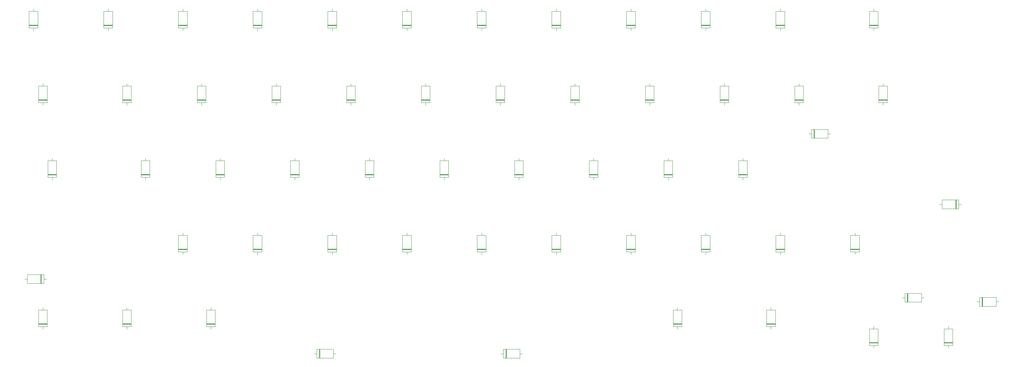
<source format=gbr>
%TF.GenerationSoftware,KiCad,Pcbnew,7.0.9*%
%TF.CreationDate,2024-03-10T13:20:19+01:00*%
%TF.ProjectId,65petit,36357065-7469-4742-9e6b-696361645f70,rev?*%
%TF.SameCoordinates,Original*%
%TF.FileFunction,Legend,Top*%
%TF.FilePolarity,Positive*%
%FSLAX46Y46*%
G04 Gerber Fmt 4.6, Leading zero omitted, Abs format (unit mm)*
G04 Created by KiCad (PCBNEW 7.0.9) date 2024-03-10 13:20:19*
%MOMM*%
%LPD*%
G01*
G04 APERTURE LIST*
%ADD10C,0.120000*%
%ADD11C,1.701800*%
%ADD12C,3.987800*%
%ADD13R,1.600000X1.600000*%
%ADD14O,1.600000X1.600000*%
%ADD15O,2.500000X1.500000*%
%ADD16O,1.500000X2.500000*%
%ADD17C,2.200000*%
%ADD18C,3.048000*%
G04 APERTURE END LIST*
D10*
%TO.C,D22*%
X235212500Y-71820000D02*
X235212500Y-71170000D01*
X234092500Y-71170000D02*
X236332500Y-71170000D01*
X236332500Y-71170000D02*
X236332500Y-66930000D01*
X234092500Y-70570000D02*
X236332500Y-70570000D01*
X234092500Y-70450000D02*
X236332500Y-70450000D01*
X234092500Y-70330000D02*
X236332500Y-70330000D01*
X234092500Y-66930000D02*
X234092500Y-71170000D01*
X236332500Y-66930000D02*
X234092500Y-66930000D01*
X235212500Y-66280000D02*
X235212500Y-66930000D01*
%TO.C,D43*%
X211400000Y-109920000D02*
X211400000Y-109270000D01*
X210280000Y-109270000D02*
X212520000Y-109270000D01*
X212520000Y-109270000D02*
X212520000Y-105030000D01*
X210280000Y-108670000D02*
X212520000Y-108670000D01*
X210280000Y-108550000D02*
X212520000Y-108550000D01*
X210280000Y-108430000D02*
X212520000Y-108430000D01*
X210280000Y-105030000D02*
X210280000Y-109270000D01*
X212520000Y-105030000D02*
X210280000Y-105030000D01*
X211400000Y-104380000D02*
X211400000Y-105030000D01*
%TO.C,D45*%
X249500000Y-109920000D02*
X249500000Y-109270000D01*
X248380000Y-109270000D02*
X250620000Y-109270000D01*
X250620000Y-109270000D02*
X250620000Y-105030000D01*
X248380000Y-108670000D02*
X250620000Y-108670000D01*
X248380000Y-108550000D02*
X250620000Y-108550000D01*
X248380000Y-108430000D02*
X250620000Y-108430000D01*
X248380000Y-105030000D02*
X248380000Y-109270000D01*
X250620000Y-105030000D02*
X248380000Y-105030000D01*
X249500000Y-104380000D02*
X249500000Y-105030000D01*
%TO.C,D54*%
X82812500Y-123430000D02*
X82812500Y-124080000D01*
X83932500Y-124080000D02*
X81692500Y-124080000D01*
X81692500Y-124080000D02*
X81692500Y-128320000D01*
X81692500Y-127480000D02*
X83932500Y-127480000D01*
X81692500Y-127600000D02*
X83932500Y-127600000D01*
X81692500Y-127720000D02*
X83932500Y-127720000D01*
X83932500Y-128320000D02*
X83932500Y-124080000D01*
X81692500Y-128320000D02*
X83932500Y-128320000D01*
X82812500Y-128970000D02*
X82812500Y-128320000D01*
%TO.C,D21*%
X216162500Y-71820000D02*
X216162500Y-71170000D01*
X215042500Y-71170000D02*
X217282500Y-71170000D01*
X217282500Y-71170000D02*
X217282500Y-66930000D01*
X215042500Y-70570000D02*
X217282500Y-70570000D01*
X215042500Y-70450000D02*
X217282500Y-70450000D01*
X215042500Y-70330000D02*
X217282500Y-70330000D01*
X215042500Y-66930000D02*
X215042500Y-71170000D01*
X217282500Y-66930000D02*
X215042500Y-66930000D01*
X216162500Y-66280000D02*
X216162500Y-66930000D01*
%TO.C,D23*%
X254262500Y-71820000D02*
X254262500Y-71170000D01*
X253142500Y-71170000D02*
X255382500Y-71170000D01*
X255382500Y-71170000D02*
X255382500Y-66930000D01*
X253142500Y-70570000D02*
X255382500Y-70570000D01*
X253142500Y-70450000D02*
X255382500Y-70450000D01*
X253142500Y-70330000D02*
X255382500Y-70330000D01*
X253142500Y-66930000D02*
X253142500Y-71170000D01*
X255382500Y-66930000D02*
X253142500Y-66930000D01*
X254262500Y-66280000D02*
X254262500Y-66930000D01*
%TO.C,D30*%
X163775000Y-90870000D02*
X163775000Y-90220000D01*
X162655000Y-90220000D02*
X164895000Y-90220000D01*
X164895000Y-90220000D02*
X164895000Y-85980000D01*
X162655000Y-89620000D02*
X164895000Y-89620000D01*
X162655000Y-89500000D02*
X164895000Y-89500000D01*
X162655000Y-89380000D02*
X164895000Y-89380000D01*
X162655000Y-85980000D02*
X162655000Y-90220000D01*
X164895000Y-85980000D02*
X162655000Y-85980000D01*
X163775000Y-85330000D02*
X163775000Y-85980000D01*
%TO.C,D50*%
X299642500Y-121962500D02*
X300292500Y-121962500D01*
X300292500Y-120842500D02*
X300292500Y-123082500D01*
X300292500Y-123082500D02*
X304532500Y-123082500D01*
X300892500Y-120842500D02*
X300892500Y-123082500D01*
X301012500Y-120842500D02*
X301012500Y-123082500D01*
X301132500Y-120842500D02*
X301132500Y-123082500D01*
X304532500Y-120842500D02*
X300292500Y-120842500D01*
X304532500Y-123082500D02*
X304532500Y-120842500D01*
X305182500Y-121962500D02*
X304532500Y-121962500D01*
%TO.C,D10*%
X230450000Y-52770000D02*
X230450000Y-52120000D01*
X229330000Y-52120000D02*
X231570000Y-52120000D01*
X231570000Y-52120000D02*
X231570000Y-47880000D01*
X229330000Y-51520000D02*
X231570000Y-51520000D01*
X229330000Y-51400000D02*
X231570000Y-51400000D01*
X229330000Y-51280000D02*
X231570000Y-51280000D01*
X229330000Y-47880000D02*
X229330000Y-52120000D01*
X231570000Y-47880000D02*
X229330000Y-47880000D01*
X230450000Y-47230000D02*
X230450000Y-47880000D01*
%TO.C,D51*%
X295657500Y-97100000D02*
X295007500Y-97100000D01*
X295007500Y-98220000D02*
X295007500Y-95980000D01*
X295007500Y-95980000D02*
X290767500Y-95980000D01*
X294407500Y-98220000D02*
X294407500Y-95980000D01*
X294287500Y-98220000D02*
X294287500Y-95980000D01*
X294167500Y-98220000D02*
X294167500Y-95980000D01*
X290767500Y-98220000D02*
X295007500Y-98220000D01*
X290767500Y-95980000D02*
X290767500Y-98220000D01*
X290117500Y-97100000D02*
X290767500Y-97100000D01*
%TO.C,D53*%
X61381250Y-123430000D02*
X61381250Y-124080000D01*
X62501250Y-124080000D02*
X60261250Y-124080000D01*
X60261250Y-124080000D02*
X60261250Y-128320000D01*
X60261250Y-127480000D02*
X62501250Y-127480000D01*
X60261250Y-127600000D02*
X62501250Y-127600000D01*
X60261250Y-127720000D02*
X62501250Y-127720000D01*
X62501250Y-128320000D02*
X62501250Y-124080000D01*
X60261250Y-128320000D02*
X62501250Y-128320000D01*
X61381250Y-128970000D02*
X61381250Y-128320000D01*
%TO.C,D40*%
X154250000Y-109920000D02*
X154250000Y-109270000D01*
X153130000Y-109270000D02*
X155370000Y-109270000D01*
X155370000Y-109270000D02*
X155370000Y-105030000D01*
X153130000Y-108670000D02*
X155370000Y-108670000D01*
X153130000Y-108550000D02*
X155370000Y-108550000D01*
X153130000Y-108430000D02*
X155370000Y-108430000D01*
X153130000Y-105030000D02*
X153130000Y-109270000D01*
X155370000Y-105030000D02*
X153130000Y-105030000D01*
X154250000Y-104380000D02*
X154250000Y-105030000D01*
%TO.C,D16*%
X120912500Y-71820000D02*
X120912500Y-71170000D01*
X119792500Y-71170000D02*
X122032500Y-71170000D01*
X122032500Y-71170000D02*
X122032500Y-66930000D01*
X119792500Y-70570000D02*
X122032500Y-70570000D01*
X119792500Y-70450000D02*
X122032500Y-70450000D01*
X119792500Y-70330000D02*
X122032500Y-70330000D01*
X119792500Y-66930000D02*
X119792500Y-71170000D01*
X122032500Y-66930000D02*
X119792500Y-66930000D01*
X120912500Y-66280000D02*
X120912500Y-66930000D01*
%TO.C,D19*%
X178062500Y-71820000D02*
X178062500Y-71170000D01*
X176942500Y-71170000D02*
X179182500Y-71170000D01*
X179182500Y-71170000D02*
X179182500Y-66930000D01*
X176942500Y-70570000D02*
X179182500Y-70570000D01*
X176942500Y-70450000D02*
X179182500Y-70450000D01*
X176942500Y-70330000D02*
X179182500Y-70330000D01*
X176942500Y-66930000D02*
X176942500Y-71170000D01*
X179182500Y-66930000D02*
X176942500Y-66930000D01*
X178062500Y-66280000D02*
X178062500Y-66930000D01*
%TO.C,D33*%
X220925000Y-90870000D02*
X220925000Y-90220000D01*
X219805000Y-90220000D02*
X222045000Y-90220000D01*
X222045000Y-90220000D02*
X222045000Y-85980000D01*
X219805000Y-89620000D02*
X222045000Y-89620000D01*
X219805000Y-89500000D02*
X222045000Y-89500000D01*
X219805000Y-89380000D02*
X222045000Y-89380000D01*
X219805000Y-85980000D02*
X219805000Y-90220000D01*
X222045000Y-85980000D02*
X219805000Y-85980000D01*
X220925000Y-85330000D02*
X220925000Y-85980000D01*
%TO.C,D37*%
X97100000Y-109920000D02*
X97100000Y-109270000D01*
X95980000Y-109270000D02*
X98220000Y-109270000D01*
X98220000Y-109270000D02*
X98220000Y-105030000D01*
X95980000Y-108670000D02*
X98220000Y-108670000D01*
X95980000Y-108550000D02*
X98220000Y-108550000D01*
X95980000Y-108430000D02*
X98220000Y-108430000D01*
X95980000Y-105030000D02*
X95980000Y-109270000D01*
X98220000Y-105030000D02*
X95980000Y-105030000D01*
X97100000Y-104380000D02*
X97100000Y-105030000D01*
%TO.C,D48*%
X292362500Y-133732500D02*
X292362500Y-133082500D01*
X291242500Y-133082500D02*
X293482500Y-133082500D01*
X293482500Y-133082500D02*
X293482500Y-128842500D01*
X291242500Y-132482500D02*
X293482500Y-132482500D01*
X291242500Y-132362500D02*
X293482500Y-132362500D01*
X291242500Y-132242500D02*
X293482500Y-132242500D01*
X291242500Y-128842500D02*
X291242500Y-133082500D01*
X293482500Y-128842500D02*
X291242500Y-128842500D01*
X292362500Y-128192500D02*
X292362500Y-128842500D01*
%TO.C,D8*%
X192350000Y-52770000D02*
X192350000Y-52120000D01*
X191230000Y-52120000D02*
X193470000Y-52120000D01*
X193470000Y-52120000D02*
X193470000Y-47880000D01*
X191230000Y-51520000D02*
X193470000Y-51520000D01*
X191230000Y-51400000D02*
X193470000Y-51400000D01*
X191230000Y-51280000D02*
X193470000Y-51280000D01*
X191230000Y-47880000D02*
X191230000Y-52120000D01*
X193470000Y-47880000D02*
X191230000Y-47880000D01*
X192350000Y-47230000D02*
X192350000Y-47880000D01*
%TO.C,D41*%
X173300000Y-109920000D02*
X173300000Y-109270000D01*
X172180000Y-109270000D02*
X174420000Y-109270000D01*
X174420000Y-109270000D02*
X174420000Y-105030000D01*
X172180000Y-108670000D02*
X174420000Y-108670000D01*
X172180000Y-108550000D02*
X174420000Y-108550000D01*
X172180000Y-108430000D02*
X174420000Y-108430000D01*
X172180000Y-105030000D02*
X172180000Y-109270000D01*
X174420000Y-105030000D02*
X172180000Y-105030000D01*
X173300000Y-104380000D02*
X173300000Y-105030000D01*
%TO.C,D3*%
X97100000Y-52770000D02*
X97100000Y-52120000D01*
X95980000Y-52120000D02*
X98220000Y-52120000D01*
X98220000Y-52120000D02*
X98220000Y-47880000D01*
X95980000Y-51520000D02*
X98220000Y-51520000D01*
X95980000Y-51400000D02*
X98220000Y-51400000D01*
X95980000Y-51280000D02*
X98220000Y-51280000D01*
X95980000Y-47880000D02*
X95980000Y-52120000D01*
X98220000Y-47880000D02*
X95980000Y-47880000D01*
X97100000Y-47230000D02*
X97100000Y-47880000D01*
%TO.C,D42*%
X192350000Y-109920000D02*
X192350000Y-109270000D01*
X191230000Y-109270000D02*
X193470000Y-109270000D01*
X193470000Y-109270000D02*
X193470000Y-105030000D01*
X191230000Y-108670000D02*
X193470000Y-108670000D01*
X191230000Y-108550000D02*
X193470000Y-108550000D01*
X191230000Y-108430000D02*
X193470000Y-108430000D01*
X191230000Y-105030000D02*
X191230000Y-109270000D01*
X193470000Y-105030000D02*
X191230000Y-105030000D01*
X192350000Y-104380000D02*
X192350000Y-105030000D01*
%TO.C,D39*%
X135200000Y-109920000D02*
X135200000Y-109270000D01*
X134080000Y-109270000D02*
X136320000Y-109270000D01*
X136320000Y-109270000D02*
X136320000Y-105030000D01*
X134080000Y-108670000D02*
X136320000Y-108670000D01*
X134080000Y-108550000D02*
X136320000Y-108550000D01*
X134080000Y-108430000D02*
X136320000Y-108430000D01*
X134080000Y-105030000D02*
X134080000Y-109270000D01*
X136320000Y-105030000D02*
X134080000Y-105030000D01*
X135200000Y-104380000D02*
X135200000Y-105030000D01*
%TO.C,D11*%
X249500000Y-52770000D02*
X249500000Y-52120000D01*
X248380000Y-52120000D02*
X250620000Y-52120000D01*
X250620000Y-52120000D02*
X250620000Y-47880000D01*
X248380000Y-51520000D02*
X250620000Y-51520000D01*
X248380000Y-51400000D02*
X250620000Y-51400000D01*
X248380000Y-51280000D02*
X250620000Y-51280000D01*
X248380000Y-47880000D02*
X248380000Y-52120000D01*
X250620000Y-47880000D02*
X248380000Y-47880000D01*
X249500000Y-47230000D02*
X249500000Y-47880000D01*
%TO.C,D57*%
X178198750Y-135200000D02*
X178848750Y-135200000D01*
X178848750Y-134080000D02*
X178848750Y-136320000D01*
X178848750Y-136320000D02*
X183088750Y-136320000D01*
X179448750Y-134080000D02*
X179448750Y-136320000D01*
X179568750Y-134080000D02*
X179568750Y-136320000D01*
X179688750Y-134080000D02*
X179688750Y-136320000D01*
X183088750Y-134080000D02*
X178848750Y-134080000D01*
X183088750Y-136320000D02*
X183088750Y-134080000D01*
X183738750Y-135200000D02*
X183088750Y-135200000D01*
%TO.C,D38*%
X116150000Y-109920000D02*
X116150000Y-109270000D01*
X115030000Y-109270000D02*
X117270000Y-109270000D01*
X117270000Y-109270000D02*
X117270000Y-105030000D01*
X115030000Y-108670000D02*
X117270000Y-108670000D01*
X115030000Y-108550000D02*
X117270000Y-108550000D01*
X115030000Y-108430000D02*
X117270000Y-108430000D01*
X115030000Y-105030000D02*
X115030000Y-109270000D01*
X117270000Y-105030000D02*
X115030000Y-105030000D01*
X116150000Y-104380000D02*
X116150000Y-105030000D01*
%TO.C,D36*%
X62295000Y-116150000D02*
X61645000Y-116150000D01*
X61645000Y-117270000D02*
X61645000Y-115030000D01*
X61645000Y-115030000D02*
X57405000Y-115030000D01*
X61045000Y-117270000D02*
X61045000Y-115030000D01*
X60925000Y-117270000D02*
X60925000Y-115030000D01*
X60805000Y-117270000D02*
X60805000Y-115030000D01*
X57405000Y-117270000D02*
X61645000Y-117270000D01*
X57405000Y-115030000D02*
X57405000Y-117270000D01*
X56755000Y-116150000D02*
X57405000Y-116150000D01*
%TO.C,D32*%
X201875000Y-90870000D02*
X201875000Y-90220000D01*
X200755000Y-90220000D02*
X202995000Y-90220000D01*
X202995000Y-90220000D02*
X202995000Y-85980000D01*
X200755000Y-89620000D02*
X202995000Y-89620000D01*
X200755000Y-89500000D02*
X202995000Y-89500000D01*
X200755000Y-89380000D02*
X202995000Y-89380000D01*
X200755000Y-85980000D02*
X200755000Y-90220000D01*
X202995000Y-85980000D02*
X200755000Y-85980000D01*
X201875000Y-85330000D02*
X201875000Y-85980000D01*
%TO.C,D9*%
X211400000Y-52770000D02*
X211400000Y-52120000D01*
X210280000Y-52120000D02*
X212520000Y-52120000D01*
X212520000Y-52120000D02*
X212520000Y-47880000D01*
X210280000Y-51520000D02*
X212520000Y-51520000D01*
X210280000Y-51400000D02*
X212520000Y-51400000D01*
X210280000Y-51280000D02*
X212520000Y-51280000D01*
X210280000Y-47880000D02*
X210280000Y-52120000D01*
X212520000Y-47880000D02*
X210280000Y-47880000D01*
X211400000Y-47230000D02*
X211400000Y-47880000D01*
%TO.C,D47*%
X273312500Y-133732500D02*
X273312500Y-133082500D01*
X272192500Y-133082500D02*
X274432500Y-133082500D01*
X274432500Y-133082500D02*
X274432500Y-128842500D01*
X272192500Y-132482500D02*
X274432500Y-132482500D01*
X272192500Y-132362500D02*
X274432500Y-132362500D01*
X272192500Y-132242500D02*
X274432500Y-132242500D01*
X272192500Y-128842500D02*
X272192500Y-133082500D01*
X274432500Y-128842500D02*
X272192500Y-128842500D01*
X273312500Y-128192500D02*
X273312500Y-128842500D01*
%TO.C,D18*%
X159012500Y-71820000D02*
X159012500Y-71170000D01*
X157892500Y-71170000D02*
X160132500Y-71170000D01*
X160132500Y-71170000D02*
X160132500Y-66930000D01*
X157892500Y-70570000D02*
X160132500Y-70570000D01*
X157892500Y-70450000D02*
X160132500Y-70450000D01*
X157892500Y-70330000D02*
X160132500Y-70330000D01*
X157892500Y-66930000D02*
X157892500Y-71170000D01*
X160132500Y-66930000D02*
X157892500Y-66930000D01*
X159012500Y-66280000D02*
X159012500Y-66930000D01*
%TO.C,D25*%
X63762500Y-90870000D02*
X63762500Y-90220000D01*
X62642500Y-90220000D02*
X64882500Y-90220000D01*
X64882500Y-90220000D02*
X64882500Y-85980000D01*
X62642500Y-89620000D02*
X64882500Y-89620000D01*
X62642500Y-89500000D02*
X64882500Y-89500000D01*
X62642500Y-89380000D02*
X64882500Y-89380000D01*
X62642500Y-85980000D02*
X62642500Y-90220000D01*
X64882500Y-85980000D02*
X62642500Y-85980000D01*
X63762500Y-85330000D02*
X63762500Y-85980000D01*
%TO.C,D5*%
X135200000Y-52770000D02*
X135200000Y-52120000D01*
X134080000Y-52120000D02*
X136320000Y-52120000D01*
X136320000Y-52120000D02*
X136320000Y-47880000D01*
X134080000Y-51520000D02*
X136320000Y-51520000D01*
X134080000Y-51400000D02*
X136320000Y-51400000D01*
X134080000Y-51280000D02*
X136320000Y-51280000D01*
X134080000Y-47880000D02*
X134080000Y-52120000D01*
X136320000Y-47880000D02*
X134080000Y-47880000D01*
X135200000Y-47230000D02*
X135200000Y-47880000D01*
%TO.C,D4*%
X116150000Y-52770000D02*
X116150000Y-52120000D01*
X115030000Y-52120000D02*
X117270000Y-52120000D01*
X117270000Y-52120000D02*
X117270000Y-47880000D01*
X115030000Y-51520000D02*
X117270000Y-51520000D01*
X115030000Y-51400000D02*
X117270000Y-51400000D01*
X115030000Y-51280000D02*
X117270000Y-51280000D01*
X115030000Y-47880000D02*
X115030000Y-52120000D01*
X117270000Y-47880000D02*
X115030000Y-47880000D01*
X116150000Y-47230000D02*
X116150000Y-47880000D01*
%TO.C,D31*%
X182825000Y-90870000D02*
X182825000Y-90220000D01*
X181705000Y-90220000D02*
X183945000Y-90220000D01*
X183945000Y-90220000D02*
X183945000Y-85980000D01*
X181705000Y-89620000D02*
X183945000Y-89620000D01*
X181705000Y-89500000D02*
X183945000Y-89500000D01*
X181705000Y-89380000D02*
X183945000Y-89380000D01*
X181705000Y-85980000D02*
X181705000Y-90220000D01*
X183945000Y-85980000D02*
X181705000Y-85980000D01*
X182825000Y-85330000D02*
X182825000Y-85980000D01*
%TO.C,D26*%
X87575000Y-90870000D02*
X87575000Y-90220000D01*
X86455000Y-90220000D02*
X88695000Y-90220000D01*
X88695000Y-90220000D02*
X88695000Y-85980000D01*
X86455000Y-89620000D02*
X88695000Y-89620000D01*
X86455000Y-89500000D02*
X88695000Y-89500000D01*
X86455000Y-89380000D02*
X88695000Y-89380000D01*
X86455000Y-85980000D02*
X86455000Y-90220000D01*
X88695000Y-85980000D02*
X86455000Y-85980000D01*
X87575000Y-85330000D02*
X87575000Y-85980000D01*
%TO.C,D49*%
X280592500Y-120912500D02*
X281242500Y-120912500D01*
X281242500Y-119792500D02*
X281242500Y-122032500D01*
X281242500Y-122032500D02*
X285482500Y-122032500D01*
X281842500Y-119792500D02*
X281842500Y-122032500D01*
X281962500Y-119792500D02*
X281962500Y-122032500D01*
X282082500Y-119792500D02*
X282082500Y-122032500D01*
X285482500Y-119792500D02*
X281242500Y-119792500D01*
X285482500Y-122032500D02*
X285482500Y-119792500D01*
X286132500Y-120912500D02*
X285482500Y-120912500D01*
%TO.C,D6*%
X154250000Y-52770000D02*
X154250000Y-52120000D01*
X153130000Y-52120000D02*
X155370000Y-52120000D01*
X155370000Y-52120000D02*
X155370000Y-47880000D01*
X153130000Y-51520000D02*
X155370000Y-51520000D01*
X153130000Y-51400000D02*
X155370000Y-51400000D01*
X153130000Y-51280000D02*
X155370000Y-51280000D01*
X153130000Y-47880000D02*
X153130000Y-52120000D01*
X155370000Y-47880000D02*
X153130000Y-47880000D01*
X154250000Y-47230000D02*
X154250000Y-47880000D01*
%TO.C,D13*%
X61381250Y-71820000D02*
X61381250Y-71170000D01*
X60261250Y-71170000D02*
X62501250Y-71170000D01*
X62501250Y-71170000D02*
X62501250Y-66930000D01*
X60261250Y-70570000D02*
X62501250Y-70570000D01*
X60261250Y-70450000D02*
X62501250Y-70450000D01*
X60261250Y-70330000D02*
X62501250Y-70330000D01*
X60261250Y-66930000D02*
X60261250Y-71170000D01*
X62501250Y-66930000D02*
X60261250Y-66930000D01*
X61381250Y-66280000D02*
X61381250Y-66930000D01*
%TO.C,D27*%
X106625000Y-90870000D02*
X106625000Y-90220000D01*
X105505000Y-90220000D02*
X107745000Y-90220000D01*
X107745000Y-90220000D02*
X107745000Y-85980000D01*
X105505000Y-89620000D02*
X107745000Y-89620000D01*
X105505000Y-89500000D02*
X107745000Y-89500000D01*
X105505000Y-89380000D02*
X107745000Y-89380000D01*
X105505000Y-85980000D02*
X105505000Y-90220000D01*
X107745000Y-85980000D02*
X105505000Y-85980000D01*
X106625000Y-85330000D02*
X106625000Y-85980000D01*
%TO.C,D29*%
X144725000Y-90870000D02*
X144725000Y-90220000D01*
X143605000Y-90220000D02*
X145845000Y-90220000D01*
X145845000Y-90220000D02*
X145845000Y-85980000D01*
X143605000Y-89620000D02*
X145845000Y-89620000D01*
X143605000Y-89500000D02*
X145845000Y-89500000D01*
X143605000Y-89380000D02*
X145845000Y-89380000D01*
X143605000Y-85980000D02*
X143605000Y-90220000D01*
X145845000Y-85980000D02*
X143605000Y-85980000D01*
X144725000Y-85330000D02*
X144725000Y-85980000D01*
%TO.C,D55*%
X104243750Y-123430000D02*
X104243750Y-124080000D01*
X105363750Y-124080000D02*
X103123750Y-124080000D01*
X103123750Y-124080000D02*
X103123750Y-128320000D01*
X103123750Y-127480000D02*
X105363750Y-127480000D01*
X103123750Y-127600000D02*
X105363750Y-127600000D01*
X103123750Y-127720000D02*
X105363750Y-127720000D01*
X105363750Y-128320000D02*
X105363750Y-124080000D01*
X103123750Y-128320000D02*
X105363750Y-128320000D01*
X104243750Y-128970000D02*
X104243750Y-128320000D01*
%TO.C,D59*%
X247118750Y-128970000D02*
X247118750Y-128320000D01*
X245998750Y-128320000D02*
X248238750Y-128320000D01*
X248238750Y-128320000D02*
X248238750Y-124080000D01*
X245998750Y-127720000D02*
X248238750Y-127720000D01*
X245998750Y-127600000D02*
X248238750Y-127600000D01*
X245998750Y-127480000D02*
X248238750Y-127480000D01*
X245998750Y-124080000D02*
X245998750Y-128320000D01*
X248238750Y-124080000D02*
X245998750Y-124080000D01*
X247118750Y-123430000D02*
X247118750Y-124080000D01*
%TO.C,D12*%
X273312500Y-52770000D02*
X273312500Y-52120000D01*
X272192500Y-52120000D02*
X274432500Y-52120000D01*
X274432500Y-52120000D02*
X274432500Y-47880000D01*
X272192500Y-51520000D02*
X274432500Y-51520000D01*
X272192500Y-51400000D02*
X274432500Y-51400000D01*
X272192500Y-51280000D02*
X274432500Y-51280000D01*
X272192500Y-47880000D02*
X272192500Y-52120000D01*
X274432500Y-47880000D02*
X272192500Y-47880000D01*
X273312500Y-47230000D02*
X273312500Y-47880000D01*
%TO.C,D7*%
X173300000Y-52770000D02*
X173300000Y-52120000D01*
X172180000Y-52120000D02*
X174420000Y-52120000D01*
X174420000Y-52120000D02*
X174420000Y-47880000D01*
X172180000Y-51520000D02*
X174420000Y-51520000D01*
X172180000Y-51400000D02*
X174420000Y-51400000D01*
X172180000Y-51280000D02*
X174420000Y-51280000D01*
X172180000Y-47880000D02*
X172180000Y-52120000D01*
X174420000Y-47880000D02*
X172180000Y-47880000D01*
X173300000Y-47230000D02*
X173300000Y-47880000D01*
%TO.C,D1*%
X59000000Y-52770000D02*
X59000000Y-52120000D01*
X57880000Y-52120000D02*
X60120000Y-52120000D01*
X60120000Y-52120000D02*
X60120000Y-47880000D01*
X57880000Y-51520000D02*
X60120000Y-51520000D01*
X57880000Y-51400000D02*
X60120000Y-51400000D01*
X57880000Y-51280000D02*
X60120000Y-51280000D01*
X57880000Y-47880000D02*
X57880000Y-52120000D01*
X60120000Y-47880000D02*
X57880000Y-47880000D01*
X59000000Y-47230000D02*
X59000000Y-47880000D01*
%TO.C,D44*%
X230450000Y-109920000D02*
X230450000Y-109270000D01*
X229330000Y-109270000D02*
X231570000Y-109270000D01*
X231570000Y-109270000D02*
X231570000Y-105030000D01*
X229330000Y-108670000D02*
X231570000Y-108670000D01*
X229330000Y-108550000D02*
X231570000Y-108550000D01*
X229330000Y-108430000D02*
X231570000Y-108430000D01*
X229330000Y-105030000D02*
X229330000Y-109270000D01*
X231570000Y-105030000D02*
X229330000Y-105030000D01*
X230450000Y-104380000D02*
X230450000Y-105030000D01*
%TO.C,D2*%
X78050000Y-52770000D02*
X78050000Y-52120000D01*
X76930000Y-52120000D02*
X79170000Y-52120000D01*
X79170000Y-52120000D02*
X79170000Y-47880000D01*
X76930000Y-51520000D02*
X79170000Y-51520000D01*
X76930000Y-51400000D02*
X79170000Y-51400000D01*
X76930000Y-51280000D02*
X79170000Y-51280000D01*
X76930000Y-47880000D02*
X76930000Y-52120000D01*
X79170000Y-47880000D02*
X76930000Y-47880000D01*
X78050000Y-47230000D02*
X78050000Y-47880000D01*
%TO.C,D20*%
X197112500Y-71820000D02*
X197112500Y-71170000D01*
X195992500Y-71170000D02*
X198232500Y-71170000D01*
X198232500Y-71170000D02*
X198232500Y-66930000D01*
X195992500Y-70570000D02*
X198232500Y-70570000D01*
X195992500Y-70450000D02*
X198232500Y-70450000D01*
X195992500Y-70330000D02*
X198232500Y-70330000D01*
X195992500Y-66930000D02*
X195992500Y-71170000D01*
X198232500Y-66930000D02*
X195992500Y-66930000D01*
X197112500Y-66280000D02*
X197112500Y-66930000D01*
%TO.C,D34*%
X239975000Y-90870000D02*
X239975000Y-90220000D01*
X238855000Y-90220000D02*
X241095000Y-90220000D01*
X241095000Y-90220000D02*
X241095000Y-85980000D01*
X238855000Y-89620000D02*
X241095000Y-89620000D01*
X238855000Y-89500000D02*
X241095000Y-89500000D01*
X238855000Y-89380000D02*
X241095000Y-89380000D01*
X238855000Y-85980000D02*
X238855000Y-90220000D01*
X241095000Y-85980000D02*
X238855000Y-85980000D01*
X239975000Y-85330000D02*
X239975000Y-85980000D01*
%TO.C,D28*%
X125675000Y-90870000D02*
X125675000Y-90220000D01*
X124555000Y-90220000D02*
X126795000Y-90220000D01*
X126795000Y-90220000D02*
X126795000Y-85980000D01*
X124555000Y-89620000D02*
X126795000Y-89620000D01*
X124555000Y-89500000D02*
X126795000Y-89500000D01*
X124555000Y-89380000D02*
X126795000Y-89380000D01*
X124555000Y-85980000D02*
X124555000Y-90220000D01*
X126795000Y-85980000D02*
X124555000Y-85980000D01*
X125675000Y-85330000D02*
X125675000Y-85980000D01*
%TO.C,D56*%
X130573750Y-135200000D02*
X131223750Y-135200000D01*
X131223750Y-134080000D02*
X131223750Y-136320000D01*
X131223750Y-136320000D02*
X135463750Y-136320000D01*
X131823750Y-134080000D02*
X131823750Y-136320000D01*
X131943750Y-134080000D02*
X131943750Y-136320000D01*
X132063750Y-134080000D02*
X132063750Y-136320000D01*
X135463750Y-134080000D02*
X131223750Y-134080000D01*
X135463750Y-136320000D02*
X135463750Y-134080000D01*
X136113750Y-135200000D02*
X135463750Y-135200000D01*
%TO.C,D24*%
X275693750Y-71820000D02*
X275693750Y-71170000D01*
X274573750Y-71170000D02*
X276813750Y-71170000D01*
X276813750Y-71170000D02*
X276813750Y-66930000D01*
X274573750Y-70570000D02*
X276813750Y-70570000D01*
X274573750Y-70450000D02*
X276813750Y-70450000D01*
X274573750Y-70330000D02*
X276813750Y-70330000D01*
X274573750Y-66930000D02*
X274573750Y-71170000D01*
X276813750Y-66930000D02*
X274573750Y-66930000D01*
X275693750Y-66280000D02*
X275693750Y-66930000D01*
%TO.C,D15*%
X101862500Y-71820000D02*
X101862500Y-71170000D01*
X100742500Y-71170000D02*
X102982500Y-71170000D01*
X102982500Y-71170000D02*
X102982500Y-66930000D01*
X100742500Y-70570000D02*
X102982500Y-70570000D01*
X100742500Y-70450000D02*
X102982500Y-70450000D01*
X100742500Y-70330000D02*
X102982500Y-70330000D01*
X100742500Y-66930000D02*
X100742500Y-71170000D01*
X102982500Y-66930000D02*
X100742500Y-66930000D01*
X101862500Y-66280000D02*
X101862500Y-66930000D01*
%TO.C,D58*%
X223306250Y-128970000D02*
X223306250Y-128320000D01*
X222186250Y-128320000D02*
X224426250Y-128320000D01*
X224426250Y-128320000D02*
X224426250Y-124080000D01*
X222186250Y-127720000D02*
X224426250Y-127720000D01*
X222186250Y-127600000D02*
X224426250Y-127600000D01*
X222186250Y-127480000D02*
X224426250Y-127480000D01*
X222186250Y-124080000D02*
X222186250Y-128320000D01*
X224426250Y-124080000D02*
X222186250Y-124080000D01*
X223306250Y-123430000D02*
X223306250Y-124080000D01*
%TO.C,D35*%
X256780000Y-79100000D02*
X257430000Y-79100000D01*
X257430000Y-77980000D02*
X257430000Y-80220000D01*
X257430000Y-80220000D02*
X261670000Y-80220000D01*
X258030000Y-77980000D02*
X258030000Y-80220000D01*
X258150000Y-77980000D02*
X258150000Y-80220000D01*
X258270000Y-77980000D02*
X258270000Y-80220000D01*
X261670000Y-77980000D02*
X257430000Y-77980000D01*
X261670000Y-80220000D02*
X261670000Y-77980000D01*
X262320000Y-79100000D02*
X261670000Y-79100000D01*
%TO.C,D14*%
X82812500Y-71820000D02*
X82812500Y-71170000D01*
X81692500Y-71170000D02*
X83932500Y-71170000D01*
X83932500Y-71170000D02*
X83932500Y-66930000D01*
X81692500Y-70570000D02*
X83932500Y-70570000D01*
X81692500Y-70450000D02*
X83932500Y-70450000D01*
X81692500Y-70330000D02*
X83932500Y-70330000D01*
X81692500Y-66930000D02*
X81692500Y-71170000D01*
X83932500Y-66930000D02*
X81692500Y-66930000D01*
X82812500Y-66280000D02*
X82812500Y-66930000D01*
%TO.C,D17*%
X139962500Y-71820000D02*
X139962500Y-71170000D01*
X138842500Y-71170000D02*
X141082500Y-71170000D01*
X141082500Y-71170000D02*
X141082500Y-66930000D01*
X138842500Y-70570000D02*
X141082500Y-70570000D01*
X138842500Y-70450000D02*
X141082500Y-70450000D01*
X138842500Y-70330000D02*
X141082500Y-70330000D01*
X138842500Y-66930000D02*
X138842500Y-71170000D01*
X141082500Y-66930000D02*
X138842500Y-66930000D01*
X139962500Y-66280000D02*
X139962500Y-66930000D01*
%TO.C,D46*%
X268550000Y-109920000D02*
X268550000Y-109270000D01*
X267430000Y-109270000D02*
X269670000Y-109270000D01*
X269670000Y-109270000D02*
X269670000Y-105030000D01*
X267430000Y-108670000D02*
X269670000Y-108670000D01*
X267430000Y-108550000D02*
X269670000Y-108550000D01*
X267430000Y-108430000D02*
X269670000Y-108430000D01*
X267430000Y-105030000D02*
X267430000Y-109270000D01*
X269670000Y-105030000D02*
X267430000Y-105030000D01*
X268550000Y-104380000D02*
X268550000Y-105030000D01*
%TD*%
%LPC*%
D11*
%TO.C,MX38*%
X102070000Y-107150000D03*
D12*
X107150000Y-107150000D03*
D11*
X112230000Y-107150000D03*
%TD*%
D13*
%TO.C,D22*%
X235212500Y-72860000D03*
D14*
X235212500Y-65240000D03*
%TD*%
D11*
%TO.C,MX17*%
X125882500Y-69050000D03*
D12*
X130962500Y-69050000D03*
D11*
X136042500Y-69050000D03*
%TD*%
%TO.C,MX59*%
X233038750Y-126200000D03*
D12*
X238118750Y-126200000D03*
D11*
X243198750Y-126200000D03*
%TD*%
%TO.C,MX32*%
X187795000Y-88100000D03*
D12*
X192875000Y-88100000D03*
D11*
X197955000Y-88100000D03*
%TD*%
D13*
%TO.C,D43*%
X211400000Y-110960000D03*
D14*
X211400000Y-103340000D03*
%TD*%
D13*
%TO.C,D45*%
X249500000Y-110960000D03*
D14*
X249500000Y-103340000D03*
%TD*%
%TO.C,D54*%
X82812500Y-122390000D03*
D13*
X82812500Y-130010000D03*
%TD*%
%TO.C,D21*%
X216162500Y-72860000D03*
D14*
X216162500Y-65240000D03*
%TD*%
D13*
%TO.C,D23*%
X254262500Y-72860000D03*
D14*
X254262500Y-65240000D03*
%TD*%
D11*
%TO.C,MX47*%
X259232500Y-130962500D03*
D12*
X264312500Y-130962500D03*
D11*
X269392500Y-130962500D03*
%TD*%
D13*
%TO.C,D30*%
X163775000Y-91910000D03*
D14*
X163775000Y-84290000D03*
%TD*%
D11*
%TO.C,MX30*%
X149695000Y-88100000D03*
D12*
X154775000Y-88100000D03*
D11*
X159855000Y-88100000D03*
%TD*%
%TO.C,MX58*%
X209226250Y-126200000D03*
D12*
X214306250Y-126200000D03*
D11*
X219386250Y-126200000D03*
%TD*%
%TO.C,MX45*%
X235420000Y-107150000D03*
D12*
X240500000Y-107150000D03*
D11*
X245580000Y-107150000D03*
%TD*%
D13*
%TO.C,D50*%
X298602500Y-121962500D03*
D14*
X306222500Y-121962500D03*
%TD*%
D11*
%TO.C,MX5*%
X121120000Y-50000000D03*
D12*
X126200000Y-50000000D03*
D11*
X131280000Y-50000000D03*
%TD*%
%TO.C,MX13*%
X47301250Y-69050000D03*
D12*
X52381250Y-69050000D03*
D11*
X57461250Y-69050000D03*
%TD*%
%TO.C,MX46*%
X254470000Y-107150000D03*
D12*
X259550000Y-107150000D03*
D11*
X264630000Y-107150000D03*
%TD*%
%TO.C,MX19*%
X163982500Y-69050000D03*
D12*
X169062500Y-69050000D03*
D11*
X174142500Y-69050000D03*
%TD*%
%TO.C,MX40*%
X140170000Y-107150000D03*
D12*
X145250000Y-107150000D03*
D11*
X150330000Y-107150000D03*
%TD*%
%TO.C,MX12*%
X259232500Y-50000000D03*
D12*
X264312500Y-50000000D03*
D11*
X269392500Y-50000000D03*
%TD*%
%TO.C,MX49*%
X278282500Y-111912500D03*
D12*
X283362500Y-111912500D03*
D11*
X288442500Y-111912500D03*
%TD*%
D13*
%TO.C,D10*%
X230450000Y-53810000D03*
D14*
X230450000Y-46190000D03*
%TD*%
D13*
%TO.C,D51*%
X296697500Y-97100000D03*
D14*
X289077500Y-97100000D03*
%TD*%
%TO.C,D53*%
X61381250Y-122390000D03*
D13*
X61381250Y-130010000D03*
%TD*%
D11*
%TO.C,MX14*%
X68732500Y-69050000D03*
D12*
X73812500Y-69050000D03*
D11*
X78892500Y-69050000D03*
%TD*%
D13*
%TO.C,D40*%
X154250000Y-110960000D03*
D14*
X154250000Y-103340000D03*
%TD*%
D11*
%TO.C,MX42*%
X178270000Y-107150000D03*
D12*
X183350000Y-107150000D03*
D11*
X188430000Y-107150000D03*
%TD*%
D13*
%TO.C,D16*%
X120912500Y-72860000D03*
D14*
X120912500Y-65240000D03*
%TD*%
D11*
%TO.C,MX54*%
X68732500Y-126200000D03*
D12*
X73812500Y-126200000D03*
D11*
X78892500Y-126200000D03*
%TD*%
D13*
%TO.C,D19*%
X178062500Y-72860000D03*
D14*
X178062500Y-65240000D03*
%TD*%
D11*
%TO.C,MX48*%
X278282500Y-130962500D03*
D12*
X283362500Y-130962500D03*
D11*
X288442500Y-130962500D03*
%TD*%
%TO.C,MX7*%
X159220000Y-50000000D03*
D12*
X164300000Y-50000000D03*
D11*
X169380000Y-50000000D03*
%TD*%
%TO.C,MX34*%
X225895000Y-88100000D03*
D12*
X230975000Y-88100000D03*
D11*
X236055000Y-88100000D03*
%TD*%
%TO.C,MX3*%
X83020000Y-50000000D03*
D12*
X88100000Y-50000000D03*
D11*
X93180000Y-50000000D03*
%TD*%
D15*
%TO.C,U1*%
X301151250Y-45793125D03*
X301151250Y-48333125D03*
X301151250Y-50873125D03*
X301151250Y-53413125D03*
X301151250Y-55953125D03*
X301151250Y-58493125D03*
X301151250Y-61033125D03*
X301151250Y-63573125D03*
X301151250Y-66113125D03*
D16*
X298111250Y-66613125D03*
X295571250Y-66613125D03*
X293031250Y-66613125D03*
X290491250Y-66613125D03*
X287951250Y-66613125D03*
D15*
X284911250Y-66113125D03*
X284911250Y-63573125D03*
X284911250Y-61033125D03*
X284911250Y-58493125D03*
X284911250Y-55953125D03*
X284911250Y-53413125D03*
X284911250Y-50873125D03*
X284911250Y-48333125D03*
X284911250Y-45793125D03*
%TD*%
D13*
%TO.C,D33*%
X220925000Y-91910000D03*
D14*
X220925000Y-84290000D03*
%TD*%
D13*
%TO.C,D37*%
X97100000Y-110960000D03*
D14*
X97100000Y-103340000D03*
%TD*%
D17*
%TO.C,REF\u002A\u002A*%
X176206250Y-97625000D03*
%TD*%
D11*
%TO.C,MX8*%
X178270000Y-50000000D03*
D12*
X183350000Y-50000000D03*
D11*
X188430000Y-50000000D03*
%TD*%
D13*
%TO.C,D48*%
X292362500Y-134772500D03*
D14*
X292362500Y-127152500D03*
%TD*%
D13*
%TO.C,D8*%
X192350000Y-53810000D03*
D14*
X192350000Y-46190000D03*
%TD*%
D11*
%TO.C,MX16*%
X106832500Y-69050000D03*
D12*
X111912500Y-69050000D03*
D11*
X116992500Y-69050000D03*
%TD*%
D13*
%TO.C,D41*%
X173300000Y-110960000D03*
D14*
X173300000Y-103340000D03*
%TD*%
D13*
%TO.C,D3*%
X97100000Y-53810000D03*
D14*
X97100000Y-46190000D03*
%TD*%
D11*
%TO.C,MX31*%
X168745000Y-88100000D03*
D12*
X173825000Y-88100000D03*
D11*
X178905000Y-88100000D03*
%TD*%
D13*
%TO.C,D42*%
X192350000Y-110960000D03*
D14*
X192350000Y-103340000D03*
%TD*%
D13*
%TO.C,D39*%
X135200000Y-110960000D03*
D14*
X135200000Y-103340000D03*
%TD*%
D11*
%TO.C,MX15*%
X87782500Y-69050000D03*
D12*
X92862500Y-69050000D03*
D11*
X97942500Y-69050000D03*
%TD*%
D13*
%TO.C,D11*%
X249500000Y-53810000D03*
D14*
X249500000Y-46190000D03*
%TD*%
D13*
%TO.C,D57*%
X177158750Y-135200000D03*
D14*
X184778750Y-135200000D03*
%TD*%
D13*
%TO.C,D38*%
X116150000Y-110960000D03*
D14*
X116150000Y-103340000D03*
%TD*%
D11*
%TO.C,MX4*%
X102070000Y-50000000D03*
D12*
X107150000Y-50000000D03*
D11*
X112230000Y-50000000D03*
%TD*%
D13*
%TO.C,D36*%
X63335000Y-116150000D03*
D14*
X55715000Y-116150000D03*
%TD*%
D13*
%TO.C,D32*%
X201875000Y-91910000D03*
D14*
X201875000Y-84290000D03*
%TD*%
D11*
%TO.C,MX23*%
X240182500Y-69050000D03*
D12*
X245262500Y-69050000D03*
D11*
X250342500Y-69050000D03*
%TD*%
D13*
%TO.C,D9*%
X211400000Y-53810000D03*
D14*
X211400000Y-46190000D03*
%TD*%
D13*
%TO.C,D47*%
X273312500Y-134772500D03*
D14*
X273312500Y-127152500D03*
%TD*%
D13*
%TO.C,D18*%
X159012500Y-72860000D03*
D14*
X159012500Y-65240000D03*
%TD*%
D13*
%TO.C,D25*%
X63762500Y-91910000D03*
D14*
X63762500Y-84290000D03*
%TD*%
D11*
%TO.C,MX29*%
X130645000Y-88100000D03*
D12*
X135725000Y-88100000D03*
D11*
X140805000Y-88100000D03*
%TD*%
D13*
%TO.C,D5*%
X135200000Y-53810000D03*
D14*
X135200000Y-46190000D03*
%TD*%
D13*
%TO.C,D4*%
X116150000Y-53810000D03*
D14*
X116150000Y-46190000D03*
%TD*%
D11*
%TO.C,MX53*%
X47301250Y-126200000D03*
D12*
X52381250Y-126200000D03*
D11*
X57461250Y-126200000D03*
%TD*%
D17*
%TO.C,REF\u002A\u002A*%
X84528125Y-116675000D03*
%TD*%
D11*
%TO.C,MX11*%
X235420000Y-50000000D03*
D12*
X240500000Y-50000000D03*
D11*
X245580000Y-50000000D03*
%TD*%
D17*
%TO.C,REF\u002A\u002A*%
X84528125Y-59525000D03*
%TD*%
D13*
%TO.C,D31*%
X182825000Y-91910000D03*
D14*
X182825000Y-84290000D03*
%TD*%
D13*
%TO.C,D26*%
X87575000Y-91910000D03*
D14*
X87575000Y-84290000D03*
%TD*%
D11*
%TO.C,MX55*%
X90163750Y-126200000D03*
D12*
X95243750Y-126200000D03*
D11*
X100323750Y-126200000D03*
%TD*%
%TO.C,MX26*%
X73495000Y-88100000D03*
D12*
X78575000Y-88100000D03*
D11*
X83655000Y-88100000D03*
%TD*%
D13*
%TO.C,D49*%
X279552500Y-120912500D03*
D14*
X287172500Y-120912500D03*
%TD*%
D11*
%TO.C,MX10*%
X216370000Y-50000000D03*
D12*
X221450000Y-50000000D03*
D11*
X226530000Y-50000000D03*
%TD*%
%TO.C,MX20*%
X183032500Y-69050000D03*
D12*
X188112500Y-69050000D03*
D11*
X193192500Y-69050000D03*
%TD*%
D13*
%TO.C,D6*%
X154250000Y-53810000D03*
D14*
X154250000Y-46190000D03*
%TD*%
D11*
%TO.C,MX18*%
X144932500Y-69050000D03*
D12*
X150012500Y-69050000D03*
D11*
X155092500Y-69050000D03*
%TD*%
D13*
%TO.C,D13*%
X61381250Y-72860000D03*
D14*
X61381250Y-65240000D03*
%TD*%
D13*
%TO.C,D27*%
X106625000Y-91910000D03*
D14*
X106625000Y-84290000D03*
%TD*%
D13*
%TO.C,D29*%
X144725000Y-91910000D03*
D14*
X144725000Y-84290000D03*
%TD*%
%TO.C,D55*%
X104243750Y-122390000D03*
D13*
X104243750Y-130010000D03*
%TD*%
D11*
%TO.C,MX43*%
X197320000Y-107150000D03*
D12*
X202400000Y-107150000D03*
D11*
X207480000Y-107150000D03*
%TD*%
D13*
%TO.C,D59*%
X247118750Y-130010000D03*
D14*
X247118750Y-122390000D03*
%TD*%
D12*
%TO.C,MX56*%
X121405750Y-117945000D03*
D18*
X121405750Y-133185000D03*
D11*
X128263750Y-126200000D03*
D12*
X133343750Y-126200000D03*
D11*
X138423750Y-126200000D03*
D12*
X145281750Y-117945000D03*
D18*
X145281750Y-133185000D03*
%TD*%
D13*
%TO.C,D12*%
X273312500Y-53810000D03*
D14*
X273312500Y-46190000D03*
%TD*%
D11*
%TO.C,MX21*%
X202082500Y-69050000D03*
D12*
X207162500Y-69050000D03*
D11*
X212242500Y-69050000D03*
%TD*%
D13*
%TO.C,D7*%
X173300000Y-53810000D03*
D14*
X173300000Y-46190000D03*
%TD*%
D11*
%TO.C,MX41*%
X159220000Y-107150000D03*
D12*
X164300000Y-107150000D03*
D11*
X169380000Y-107150000D03*
%TD*%
D13*
%TO.C,D1*%
X59000000Y-53810000D03*
D14*
X59000000Y-46190000D03*
%TD*%
D11*
%TO.C,MX39*%
X121120000Y-107150000D03*
D12*
X126200000Y-107150000D03*
D11*
X131280000Y-107150000D03*
%TD*%
D13*
%TO.C,D44*%
X230450000Y-110960000D03*
D14*
X230450000Y-103340000D03*
%TD*%
D12*
%TO.C,MX35*%
X247612000Y-79845000D03*
D18*
X247612000Y-95085000D03*
D11*
X254470000Y-88100000D03*
D12*
X259550000Y-88100000D03*
D11*
X264630000Y-88100000D03*
D12*
X271488000Y-79845000D03*
D18*
X271488000Y-95085000D03*
%TD*%
D11*
%TO.C,MX37*%
X83020000Y-107150000D03*
D12*
X88100000Y-107150000D03*
D11*
X93180000Y-107150000D03*
%TD*%
D17*
%TO.C,REF\u002A\u002A*%
X302412500Y-111912500D03*
%TD*%
D11*
%TO.C,MX24*%
X261613750Y-69050000D03*
D12*
X266693750Y-69050000D03*
D11*
X271773750Y-69050000D03*
%TD*%
%TO.C,MX9*%
X197320000Y-50000000D03*
D12*
X202400000Y-50000000D03*
D11*
X207480000Y-50000000D03*
%TD*%
D13*
%TO.C,D2*%
X78050000Y-53810000D03*
D14*
X78050000Y-46190000D03*
%TD*%
D13*
%TO.C,D20*%
X197112500Y-72860000D03*
D14*
X197112500Y-65240000D03*
%TD*%
D11*
%TO.C,MX2*%
X63970000Y-50000000D03*
D12*
X69050000Y-50000000D03*
D11*
X74130000Y-50000000D03*
%TD*%
%TO.C,MX44*%
X216370000Y-107150000D03*
D12*
X221450000Y-107150000D03*
D11*
X226530000Y-107150000D03*
%TD*%
%TO.C,MX1*%
X44920000Y-50000000D03*
D12*
X50000000Y-50000000D03*
D11*
X55080000Y-50000000D03*
%TD*%
%TO.C,MX22*%
X221132500Y-69050000D03*
D12*
X226212500Y-69050000D03*
D11*
X231292500Y-69050000D03*
%TD*%
%TO.C,MX33*%
X206845000Y-88100000D03*
D12*
X211925000Y-88100000D03*
D11*
X217005000Y-88100000D03*
%TD*%
D13*
%TO.C,D34*%
X239975000Y-91910000D03*
D14*
X239975000Y-84290000D03*
%TD*%
D13*
%TO.C,D28*%
X125675000Y-91910000D03*
D14*
X125675000Y-84290000D03*
%TD*%
D13*
%TO.C,D56*%
X129533750Y-135200000D03*
D14*
X137153750Y-135200000D03*
%TD*%
D11*
%TO.C,MX51*%
X287807500Y-88100000D03*
D12*
X292887500Y-88100000D03*
D11*
X297967500Y-88100000D03*
%TD*%
%TO.C,MX25*%
X49682500Y-88100000D03*
D12*
X54762500Y-88100000D03*
D11*
X59842500Y-88100000D03*
%TD*%
%TO.C,MX6*%
X140170000Y-50000000D03*
D12*
X145250000Y-50000000D03*
D11*
X150330000Y-50000000D03*
%TD*%
D12*
%TO.C,MX57*%
X169030750Y-117945000D03*
D18*
X169030750Y-133185000D03*
D11*
X175888750Y-126200000D03*
D12*
X180968750Y-126200000D03*
D11*
X186048750Y-126200000D03*
D12*
X192906750Y-117945000D03*
D18*
X192906750Y-133185000D03*
%TD*%
D13*
%TO.C,D24*%
X275693750Y-72860000D03*
D14*
X275693750Y-65240000D03*
%TD*%
D13*
%TO.C,D15*%
X101862500Y-72860000D03*
D14*
X101862500Y-65240000D03*
%TD*%
D13*
%TO.C,D58*%
X223306250Y-130010000D03*
D14*
X223306250Y-122390000D03*
%TD*%
D11*
%TO.C,MX27*%
X92545000Y-88100000D03*
D12*
X97625000Y-88100000D03*
D11*
X102705000Y-88100000D03*
%TD*%
D12*
%TO.C,MX36*%
X47587000Y-98895000D03*
D18*
X47587000Y-114135000D03*
D11*
X54445000Y-107150000D03*
D12*
X59525000Y-107150000D03*
D11*
X64605000Y-107150000D03*
D12*
X71463000Y-98895000D03*
D18*
X71463000Y-114135000D03*
%TD*%
D11*
%TO.C,MX28*%
X111595000Y-88100000D03*
D12*
X116675000Y-88100000D03*
D11*
X121755000Y-88100000D03*
%TD*%
D13*
%TO.C,D35*%
X255740000Y-79100000D03*
D14*
X263360000Y-79100000D03*
%TD*%
D11*
%TO.C,MX50*%
X297332500Y-130962500D03*
D12*
X302412500Y-130962500D03*
D11*
X307492500Y-130962500D03*
%TD*%
D13*
%TO.C,D14*%
X82812500Y-72860000D03*
D14*
X82812500Y-65240000D03*
%TD*%
D13*
%TO.C,D17*%
X139962500Y-72860000D03*
D14*
X139962500Y-65240000D03*
%TD*%
D13*
%TO.C,D46*%
X268550000Y-110960000D03*
D14*
X268550000Y-103340000D03*
%TD*%
%LPD*%
M02*

</source>
